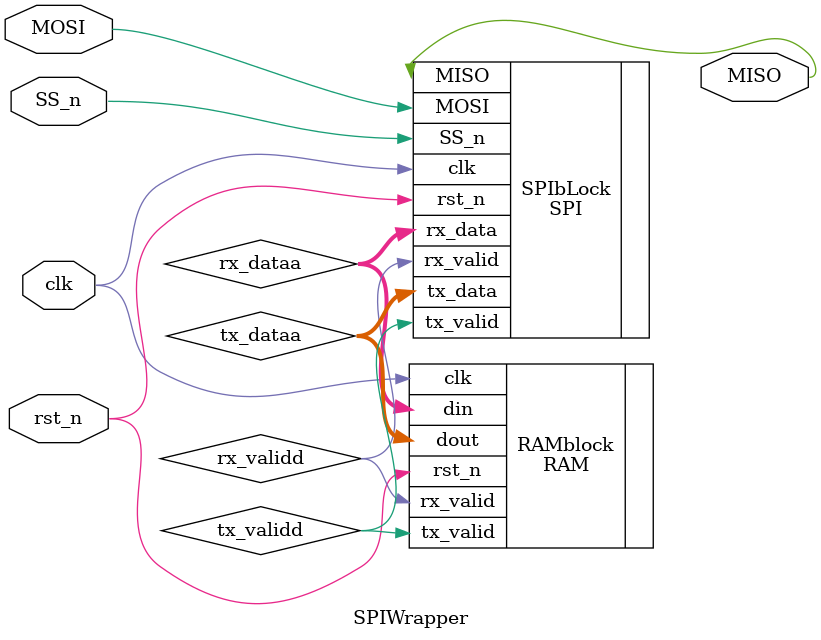
<source format=v>
module SPIWrapper
(
    input   wire    MOSI,
    input   wire    SS_n,
    input   wire    clk,
    input   wire    rst_n,
    output  wire    MISO 

);
parameter MEM_DEPTH = 256;
parameter ADDR_SIZE = 8;
wire    [9:0]   rx_dataa;
wire            rx_validd;
wire    [7:0]   tx_dataa;
wire            tx_validd;
SPI SPIbLock
(
    .MOSI(MOSI),
    .SS_n(SS_n),
    .clk(clk),
    .rst_n(rst_n),
    .tx_data(tx_dataa),
    .tx_valid(tx_validd),
    .MISO(MISO),
    .rx_data(rx_dataa),
    .rx_valid(rx_validd)   
);
RAM #(.MEM_DEPTH(MEM_DEPTH),.ADDR_SIZE(ADDR_SIZE)) RAMblock
(
    .din(rx_dataa),
    .rx_valid(rx_validd),
    .clk(clk),
    .rst_n(rst_n),
    .dout(tx_dataa),
    .tx_valid(tx_validd)    
);
endmodule
</source>
